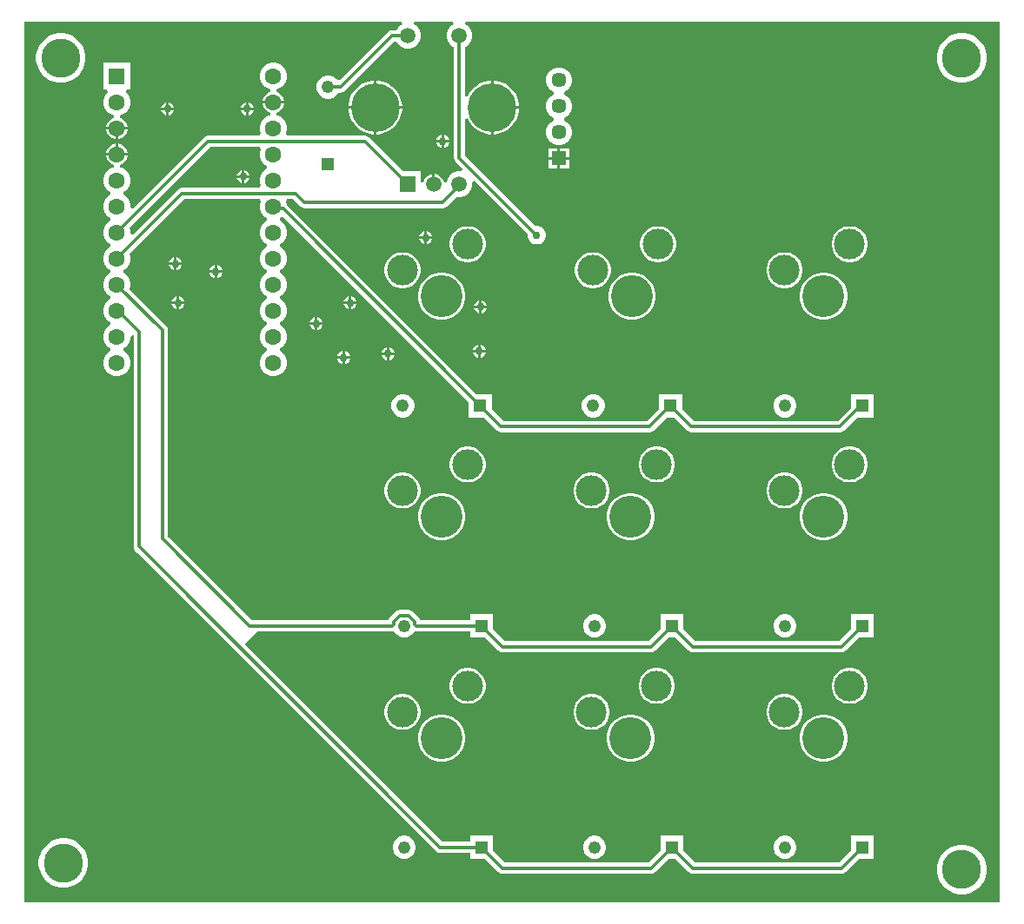
<source format=gtl>
G04*
G04 #@! TF.GenerationSoftware,Altium Limited,Altium Designer,25.8.1 (18)*
G04*
G04 Layer_Physical_Order=1*
G04 Layer_Color=255*
%FSLAX44Y44*%
%MOMM*%
G71*
G04*
G04 #@! TF.SameCoordinates,ADD3D31B-8851-4C81-8C4E-7CFF1D2DEE2F*
G04*
G04*
G04 #@! TF.FilePolarity,Positive*
G04*
G01*
G75*
%ADD29C,0.3048*%
%ADD30C,3.0000*%
G04:AMPARAMS|DCode=31|XSize=1.6mm|YSize=1.6mm|CornerRadius=0.8mm|HoleSize=0mm|Usage=FLASHONLY|Rotation=180.000|XOffset=0mm|YOffset=0mm|HoleType=Round|Shape=RoundedRectangle|*
%AMROUNDEDRECTD31*
21,1,1.6000,0.0000,0,0,180.0*
21,1,0.0000,1.6000,0,0,180.0*
1,1,1.6000,0.0000,0.0000*
1,1,1.6000,0.0000,0.0000*
1,1,1.6000,0.0000,0.0000*
1,1,1.6000,0.0000,0.0000*
%
%ADD31ROUNDEDRECTD31*%
%ADD32R,1.6000X1.6000*%
%ADD33C,4.0894*%
%ADD34R,1.2380X1.2380*%
%ADD35C,1.2380*%
%ADD36C,3.8100*%
%ADD37C,1.4500*%
%ADD38R,1.4500X1.4500*%
%ADD39R,1.2380X1.2380*%
%ADD40C,1.5000*%
%ADD41C,4.7400*%
%ADD42R,1.5000X1.5000*%
%ADD43C,0.7620*%
G36*
X1141656Y20394D02*
X191845D01*
Y878765D01*
X558997D01*
X559677Y876226D01*
X557826Y875156D01*
X555484Y872814D01*
X554037Y870309D01*
X549910D01*
X547829Y869894D01*
X546064Y868716D01*
X499471Y822122D01*
X498400Y822015D01*
X496150Y822393D01*
X494600Y823943D01*
X492030Y825427D01*
X489164Y826195D01*
X486196D01*
X483330Y825427D01*
X480760Y823943D01*
X478662Y821845D01*
X477178Y819275D01*
X476410Y816409D01*
Y813441D01*
X477178Y810575D01*
X478662Y808005D01*
X480760Y805907D01*
X483330Y804423D01*
X486196Y803655D01*
X489164D01*
X492030Y804423D01*
X494600Y805907D01*
X496698Y808005D01*
X497554Y809486D01*
X499965D01*
X502046Y809901D01*
X503811Y811079D01*
X551952Y859221D01*
X554531Y859016D01*
X555484Y857366D01*
X557826Y855023D01*
X560694Y853367D01*
X563894Y852510D01*
X567206D01*
X570406Y853367D01*
X573274Y855023D01*
X575616Y857366D01*
X577273Y860234D01*
X578130Y863434D01*
Y866746D01*
X577273Y869946D01*
X575616Y872814D01*
X573274Y875156D01*
X571423Y876226D01*
X572103Y878765D01*
X608997D01*
X609677Y876226D01*
X607826Y875156D01*
X605484Y872814D01*
X603827Y869946D01*
X602970Y866746D01*
Y863434D01*
X603827Y860234D01*
X605484Y857366D01*
X607826Y855023D01*
X610112Y853704D01*
Y745890D01*
X610526Y743809D01*
X611704Y742044D01*
X618904Y734845D01*
X617589Y732567D01*
X617206Y732670D01*
X613894D01*
X610694Y731813D01*
X607826Y730156D01*
X605484Y727814D01*
X603827Y724946D01*
X602970Y721746D01*
X600473Y721849D01*
X599906Y723965D01*
X598584Y726255D01*
X596715Y728124D01*
X594425Y729446D01*
X591872Y730130D01*
X591820D01*
Y720090D01*
X589280D01*
Y730130D01*
X589228D01*
X586675Y729446D01*
X584385Y728124D01*
X582516Y726255D01*
X581194Y723965D01*
X580670Y722009D01*
X578130Y722343D01*
Y732670D01*
X560661D01*
X527486Y765846D01*
X525721Y767025D01*
X523640Y767439D01*
X447791D01*
X447439Y768048D01*
X446616Y769978D01*
X447420Y772978D01*
Y776422D01*
X446529Y779749D01*
X444807Y782731D01*
X442371Y785167D01*
X439389Y786889D01*
X437480Y787400D01*
X437480Y790030D01*
X438408Y790278D01*
X440812Y791666D01*
X442774Y793628D01*
X444162Y796032D01*
X444880Y798712D01*
Y798830D01*
X434340D01*
X423800D01*
Y798712D01*
X424518Y796032D01*
X425906Y793628D01*
X427868Y791666D01*
X430272Y790278D01*
X431200Y790030D01*
X431200Y787400D01*
X429291Y786889D01*
X426309Y785167D01*
X423873Y782731D01*
X422151Y779749D01*
X421260Y776422D01*
Y772978D01*
X422064Y769978D01*
X421241Y768048D01*
X420889Y767439D01*
X370840D01*
X368759Y767025D01*
X366994Y765846D01*
X297450Y696301D01*
X296830Y696423D01*
X295020Y697463D01*
Y700222D01*
X294129Y703549D01*
X292407Y706531D01*
X289971Y708967D01*
X288643Y709734D01*
Y712666D01*
X289971Y713433D01*
X292407Y715869D01*
X294129Y718851D01*
X295020Y722178D01*
Y725622D01*
X294129Y728949D01*
X292407Y731931D01*
X289971Y734367D01*
X286989Y736089D01*
X285080Y736600D01*
X285080Y739230D01*
X286008Y739478D01*
X288412Y740866D01*
X290374Y742828D01*
X291762Y745232D01*
X292480Y747912D01*
Y748030D01*
X281940D01*
X271400D01*
Y747912D01*
X272118Y745232D01*
X273506Y742828D01*
X275468Y740866D01*
X277872Y739478D01*
X278800Y739230D01*
X278800Y736600D01*
X276891Y736089D01*
X273909Y734367D01*
X271473Y731931D01*
X269751Y728949D01*
X268860Y725622D01*
Y722178D01*
X269751Y718851D01*
X271473Y715869D01*
X273909Y713433D01*
X275237Y712666D01*
Y709734D01*
X273909Y708967D01*
X271473Y706531D01*
X269751Y703549D01*
X268860Y700222D01*
Y696778D01*
X269751Y693451D01*
X271473Y690469D01*
X273909Y688033D01*
X275237Y687266D01*
Y684333D01*
X273909Y683567D01*
X271473Y681131D01*
X269751Y678149D01*
X268860Y674822D01*
Y671378D01*
X269751Y668051D01*
X271473Y665069D01*
X273909Y662633D01*
X275237Y661867D01*
Y658933D01*
X273909Y658167D01*
X271473Y655731D01*
X269751Y652749D01*
X268860Y649422D01*
Y645978D01*
X269751Y642651D01*
X271473Y639669D01*
X273909Y637233D01*
X275237Y636466D01*
Y633534D01*
X273909Y632767D01*
X271473Y630331D01*
X269751Y627349D01*
X268860Y624022D01*
Y620578D01*
X269751Y617251D01*
X271473Y614269D01*
X273909Y611833D01*
X275237Y611067D01*
Y608134D01*
X273909Y607367D01*
X271473Y604931D01*
X269751Y601949D01*
X268860Y598622D01*
Y595178D01*
X269751Y591851D01*
X271473Y588869D01*
X273909Y586433D01*
X275237Y585667D01*
Y582733D01*
X273909Y581967D01*
X271473Y579531D01*
X269751Y576549D01*
X268860Y573222D01*
Y569778D01*
X269751Y566451D01*
X271473Y563469D01*
X273909Y561033D01*
X275237Y560266D01*
Y557333D01*
X273909Y556567D01*
X271473Y554131D01*
X269751Y551149D01*
X268860Y547822D01*
Y544378D01*
X269751Y541051D01*
X271473Y538069D01*
X273909Y535633D01*
X276891Y533911D01*
X280218Y533020D01*
X283662D01*
X286989Y533911D01*
X289971Y535633D01*
X292407Y538069D01*
X294129Y541051D01*
X295020Y544378D01*
Y547822D01*
X294129Y551149D01*
X292407Y554131D01*
X289971Y556567D01*
X288643Y557333D01*
Y560266D01*
X289971Y561033D01*
X292407Y563469D01*
X294129Y566451D01*
X295020Y569778D01*
Y571649D01*
X297560Y573100D01*
X298092Y572786D01*
Y367030D01*
X298505Y364949D01*
X299684Y363184D01*
X593054Y69814D01*
X594819Y68636D01*
X596900Y68222D01*
X625855D01*
Y62390D01*
X640704D01*
X653599Y49494D01*
X655364Y48316D01*
X657445Y47902D01*
X802225D01*
X804306Y48316D01*
X806071Y49494D01*
X818966Y62390D01*
X826124D01*
X839019Y49494D01*
X840784Y48316D01*
X842865Y47902D01*
X987645D01*
X989726Y48316D01*
X991491Y49494D01*
X1004386Y62390D01*
X1019235D01*
Y84930D01*
X996695D01*
Y70081D01*
X985392Y58779D01*
X845118D01*
X833815Y70081D01*
Y84930D01*
X811275D01*
Y70081D01*
X799972Y58779D01*
X659698D01*
X648395Y70081D01*
Y84930D01*
X625855D01*
Y79099D01*
X599153D01*
X406436Y271816D01*
X418741Y284121D01*
X549715D01*
X551658Y284508D01*
X552737Y282640D01*
X554835Y280542D01*
X557405Y279058D01*
X560271Y278290D01*
X563239D01*
X566105Y279058D01*
X568675Y280542D01*
X570773Y282640D01*
X571852Y284508D01*
X573795Y284121D01*
X625855D01*
Y278290D01*
X640704D01*
X653599Y265394D01*
X655364Y264216D01*
X657445Y263801D01*
X802225D01*
X804306Y264216D01*
X806071Y265394D01*
X818966Y278290D01*
X826124D01*
X839019Y265394D01*
X840784Y264216D01*
X842865Y263801D01*
X987645D01*
X989726Y264216D01*
X991491Y265394D01*
X1004386Y278290D01*
X1019235D01*
Y300830D01*
X996695D01*
Y285981D01*
X985392Y274678D01*
X845118D01*
X833815Y285981D01*
Y300830D01*
X811275D01*
Y285981D01*
X799972Y274678D01*
X659698D01*
X648395Y285981D01*
Y300830D01*
X625855D01*
Y294998D01*
X577211D01*
X577034Y295889D01*
X575855Y297653D01*
X569848Y303660D01*
X568084Y304839D01*
X566002Y305252D01*
X557508D01*
X555426Y304839D01*
X553662Y303660D01*
X547655Y297653D01*
X546477Y295889D01*
X546299Y294998D01*
X413733D01*
X331828Y376903D01*
Y577850D01*
X331414Y579931D01*
X330236Y581696D01*
X294245Y617686D01*
X295020Y620578D01*
Y624022D01*
X294129Y627349D01*
X292407Y630331D01*
X289971Y632767D01*
X288643Y633534D01*
Y636466D01*
X289971Y637233D01*
X292407Y639669D01*
X294129Y642651D01*
X295020Y645978D01*
Y649422D01*
X294245Y652314D01*
X347693Y705761D01*
X420889D01*
X421241Y705152D01*
X422064Y703222D01*
X421260Y700222D01*
Y696778D01*
X422151Y693451D01*
X423873Y690469D01*
X426309Y688033D01*
X427637Y687266D01*
Y684333D01*
X426309Y683567D01*
X423873Y681131D01*
X422151Y678149D01*
X421260Y674822D01*
Y671378D01*
X422151Y668051D01*
X423873Y665069D01*
X426309Y662633D01*
X427637Y661867D01*
Y658933D01*
X426309Y658167D01*
X423873Y655731D01*
X422151Y652749D01*
X421260Y649422D01*
Y645978D01*
X422151Y642651D01*
X423873Y639669D01*
X426309Y637233D01*
X427637Y636466D01*
Y633534D01*
X426309Y632767D01*
X423873Y630331D01*
X422151Y627349D01*
X421260Y624022D01*
Y620578D01*
X422151Y617251D01*
X423873Y614269D01*
X426309Y611833D01*
X427637Y611067D01*
Y608134D01*
X426309Y607367D01*
X423873Y604931D01*
X422151Y601949D01*
X421260Y598622D01*
Y595178D01*
X422151Y591851D01*
X423873Y588869D01*
X426309Y586433D01*
X427637Y585667D01*
Y582733D01*
X426309Y581967D01*
X423873Y579531D01*
X422151Y576549D01*
X421260Y573222D01*
Y569778D01*
X422151Y566451D01*
X423873Y563469D01*
X426309Y561033D01*
X427637Y560266D01*
Y557333D01*
X426309Y556567D01*
X423873Y554131D01*
X422151Y551149D01*
X421260Y547822D01*
Y544378D01*
X422151Y541051D01*
X423873Y538069D01*
X426309Y535633D01*
X429291Y533911D01*
X432618Y533020D01*
X436062D01*
X439389Y533911D01*
X442371Y535633D01*
X444807Y538069D01*
X446529Y541051D01*
X447420Y544378D01*
Y547822D01*
X446529Y551149D01*
X444807Y554131D01*
X442371Y556567D01*
X441043Y557333D01*
Y560266D01*
X442371Y561033D01*
X444807Y563469D01*
X446529Y566451D01*
X447420Y569778D01*
Y573222D01*
X446529Y576549D01*
X444807Y579531D01*
X442371Y581967D01*
X441043Y582733D01*
Y585667D01*
X442371Y586433D01*
X444807Y588869D01*
X446529Y591851D01*
X447420Y595178D01*
Y598622D01*
X446529Y601949D01*
X444807Y604931D01*
X442371Y607367D01*
X441043Y608134D01*
Y611067D01*
X442371Y611833D01*
X444807Y614269D01*
X446529Y617251D01*
X447420Y620578D01*
Y624022D01*
X446529Y627349D01*
X444807Y630331D01*
X442371Y632767D01*
X441043Y633534D01*
Y636466D01*
X442371Y637233D01*
X444807Y639669D01*
X446529Y642651D01*
X447420Y645978D01*
Y649422D01*
X446529Y652749D01*
X444807Y655731D01*
X442371Y658167D01*
X441043Y658933D01*
Y661867D01*
X442371Y662633D01*
X444807Y665069D01*
X446529Y668051D01*
X447420Y671378D01*
Y674822D01*
X446529Y678149D01*
X444807Y681131D01*
X442371Y683567D01*
X441043Y684333D01*
Y687266D01*
X442371Y688033D01*
X443346Y689008D01*
X624585Y507769D01*
Y492920D01*
X639434D01*
X652329Y480024D01*
X654094Y478845D01*
X656175Y478432D01*
X800955D01*
X803036Y478845D01*
X804801Y480024D01*
X817696Y492920D01*
X824854D01*
X837749Y480024D01*
X839514Y478845D01*
X841595Y478432D01*
X986375D01*
X988456Y478845D01*
X990221Y480024D01*
X1003116Y492920D01*
X1019235D01*
Y515460D01*
X996695D01*
Y501881D01*
X984122Y489309D01*
X843848D01*
X832545Y500611D01*
Y515460D01*
X810005D01*
Y500611D01*
X798702Y489309D01*
X658428D01*
X647125Y500611D01*
Y515460D01*
X632276D01*
X447630Y700106D01*
X447412Y700252D01*
X446616Y703222D01*
X447439Y705152D01*
X447791Y705761D01*
X453677D01*
X460974Y698464D01*
X462739Y697286D01*
X464820Y696871D01*
X599440D01*
X601521Y697286D01*
X603286Y698464D01*
X612661Y707840D01*
X613894Y707510D01*
X617206D01*
X620406Y708367D01*
X623274Y710023D01*
X625616Y712366D01*
X627273Y715234D01*
X628130Y718434D01*
Y721746D01*
X628027Y722129D01*
X630305Y723444D01*
X681996Y671753D01*
X681990Y671730D01*
Y669390D01*
X682596Y667129D01*
X683766Y665101D01*
X685421Y663446D01*
X687449Y662276D01*
X689710Y661670D01*
X692050D01*
X694311Y662276D01*
X696339Y663446D01*
X697994Y665101D01*
X699164Y667129D01*
X699770Y669390D01*
Y671730D01*
X699164Y673991D01*
X697994Y676019D01*
X696339Y677674D01*
X694311Y678844D01*
X692050Y679450D01*
X689710D01*
X689687Y679444D01*
X620989Y748143D01*
Y784009D01*
X623529Y784514D01*
X624296Y782661D01*
X627168Y778363D01*
X630823Y774708D01*
X635121Y771836D01*
X639896Y769858D01*
X644966Y768850D01*
X646280D01*
Y795090D01*
Y821330D01*
X644966D01*
X639896Y820322D01*
X635121Y818344D01*
X630823Y815472D01*
X627168Y811817D01*
X624296Y807519D01*
X623529Y805666D01*
X620989Y806171D01*
Y853704D01*
X623274Y855023D01*
X625616Y857366D01*
X627273Y860234D01*
X628130Y863434D01*
Y866746D01*
X627273Y869946D01*
X625616Y872814D01*
X623274Y875156D01*
X621423Y876226D01*
X622103Y878765D01*
X1141656D01*
Y20394D01*
D02*
G37*
G36*
X421241Y755952D02*
X422064Y754022D01*
X421260Y751022D01*
Y747578D01*
X422151Y744251D01*
X423873Y741269D01*
X426309Y738833D01*
X427637Y738066D01*
Y735134D01*
X426309Y734367D01*
X423873Y731931D01*
X422151Y728949D01*
X421260Y725622D01*
Y722178D01*
X422064Y719178D01*
X421241Y717248D01*
X420889Y716638D01*
X345440D01*
X343359Y716225D01*
X341594Y715046D01*
X297450Y670901D01*
X296830Y671023D01*
X295020Y672063D01*
Y674822D01*
X294245Y677714D01*
X373093Y756562D01*
X420889D01*
X421241Y755952D01*
D02*
G37*
%LPC*%
G36*
X1107277Y867410D02*
X1102523D01*
X1097861Y866483D01*
X1093470Y864664D01*
X1089518Y862023D01*
X1086157Y858662D01*
X1083516Y854710D01*
X1081697Y850319D01*
X1080770Y845657D01*
Y840903D01*
X1081697Y836242D01*
X1083516Y831850D01*
X1086157Y827898D01*
X1089518Y824537D01*
X1093470Y821896D01*
X1097861Y820077D01*
X1102523Y819150D01*
X1107277D01*
X1111938Y820077D01*
X1116330Y821896D01*
X1120282Y824537D01*
X1123643Y827898D01*
X1126284Y831850D01*
X1128103Y836242D01*
X1129030Y840903D01*
Y845657D01*
X1128103Y850319D01*
X1126284Y854710D01*
X1123643Y858662D01*
X1120282Y862023D01*
X1116330Y864664D01*
X1111938Y866483D01*
X1107277Y867410D01*
D02*
G37*
G36*
X229707D02*
X224953D01*
X220292Y866483D01*
X215900Y864664D01*
X211948Y862023D01*
X208587Y858662D01*
X205946Y854710D01*
X204127Y850319D01*
X203200Y845657D01*
Y840903D01*
X204127Y836242D01*
X205946Y831850D01*
X208587Y827898D01*
X211948Y824537D01*
X215900Y821896D01*
X220292Y820077D01*
X224953Y819150D01*
X229707D01*
X234368Y820077D01*
X238760Y821896D01*
X242712Y824537D01*
X246073Y827898D01*
X248714Y831850D01*
X250533Y836242D01*
X251460Y840903D01*
Y845657D01*
X250533Y850319D01*
X248714Y854710D01*
X246073Y858662D01*
X242712Y862023D01*
X238760Y864664D01*
X234368Y866483D01*
X229707Y867410D01*
D02*
G37*
G36*
X436062Y838580D02*
X432618D01*
X429291Y837689D01*
X426309Y835967D01*
X423873Y833531D01*
X422151Y830549D01*
X421260Y827222D01*
Y823778D01*
X422151Y820451D01*
X423873Y817469D01*
X426309Y815033D01*
X429291Y813311D01*
X431200Y812800D01*
X431200Y810170D01*
X430272Y809922D01*
X427868Y808534D01*
X425906Y806572D01*
X424518Y804168D01*
X423800Y801488D01*
Y801370D01*
X434340D01*
X444880D01*
Y801488D01*
X444162Y804168D01*
X442774Y806572D01*
X440812Y808534D01*
X438408Y809922D01*
X437480Y810170D01*
X437480Y812800D01*
X439389Y813311D01*
X442371Y815033D01*
X444807Y817469D01*
X446529Y820451D01*
X447420Y823778D01*
Y827222D01*
X446529Y830549D01*
X444807Y833531D01*
X442371Y835967D01*
X439389Y837689D01*
X436062Y838580D01*
D02*
G37*
G36*
X650134Y821330D02*
X648820D01*
Y796360D01*
X673790D01*
Y797674D01*
X672782Y802744D01*
X670804Y807519D01*
X667932Y811817D01*
X664277Y815472D01*
X659979Y818344D01*
X655204Y820322D01*
X650134Y821330D01*
D02*
G37*
G36*
X536134D02*
X534820D01*
Y796360D01*
X559790D01*
Y797674D01*
X558782Y802744D01*
X556804Y807519D01*
X553932Y811817D01*
X550277Y815472D01*
X545979Y818344D01*
X541204Y820322D01*
X536134Y821330D01*
D02*
G37*
G36*
X532280D02*
X530966D01*
X525896Y820322D01*
X521121Y818344D01*
X516823Y815472D01*
X513168Y811817D01*
X510296Y807519D01*
X508318Y802744D01*
X507310Y797674D01*
Y796360D01*
X532280D01*
Y821330D01*
D02*
G37*
G36*
X410210Y800097D02*
Y795020D01*
X415287D01*
X414323Y797347D01*
X412537Y799133D01*
X410210Y800097D01*
D02*
G37*
G36*
X407670D02*
X405343Y799133D01*
X403557Y797347D01*
X402593Y795020D01*
X407670D01*
Y800097D01*
D02*
G37*
G36*
X332740D02*
Y795020D01*
X337817D01*
X336853Y797347D01*
X335067Y799133D01*
X332740Y800097D01*
D02*
G37*
G36*
X330200D02*
X327873Y799133D01*
X326087Y797347D01*
X325123Y795020D01*
X330200D01*
Y800097D01*
D02*
G37*
G36*
X415287Y792480D02*
X410210D01*
Y787403D01*
X412537Y788367D01*
X414323Y790153D01*
X415287Y792480D01*
D02*
G37*
G36*
X407670D02*
X402593D01*
X403557Y790153D01*
X405343Y788367D01*
X407670Y787403D01*
Y792480D01*
D02*
G37*
G36*
X337817D02*
X332740D01*
Y787403D01*
X335067Y788367D01*
X336853Y790153D01*
X337817Y792480D01*
D02*
G37*
G36*
X330200D02*
X325123D01*
X326087Y790153D01*
X327873Y788367D01*
X330200Y787403D01*
Y792480D01*
D02*
G37*
G36*
X295020Y838580D02*
X268860D01*
Y812420D01*
X272251D01*
X273222Y809880D01*
X271473Y808131D01*
X269751Y805149D01*
X268860Y801822D01*
Y798378D01*
X269751Y795051D01*
X271473Y792069D01*
X273909Y789633D01*
X276891Y787911D01*
X278800Y787400D01*
X278800Y784770D01*
X277872Y784522D01*
X275468Y783134D01*
X273506Y781172D01*
X272118Y778768D01*
X271400Y776088D01*
Y775970D01*
X281940D01*
X292480D01*
Y776088D01*
X291762Y778768D01*
X290374Y781172D01*
X288412Y783134D01*
X286008Y784522D01*
X285080Y784770D01*
X285080Y787400D01*
X286989Y787911D01*
X289971Y789633D01*
X292407Y792069D01*
X294129Y795051D01*
X295020Y798378D01*
Y801822D01*
X294129Y805149D01*
X292407Y808131D01*
X290658Y809880D01*
X291629Y812420D01*
X295020D01*
Y838580D01*
D02*
G37*
G36*
X673790Y793820D02*
X648820D01*
Y768850D01*
X650134D01*
X655204Y769858D01*
X659979Y771836D01*
X664277Y774708D01*
X667932Y778363D01*
X670804Y782661D01*
X672782Y787436D01*
X673790Y792506D01*
Y793820D01*
D02*
G37*
G36*
X559790D02*
X534820D01*
Y768850D01*
X536134D01*
X541204Y769858D01*
X545979Y771836D01*
X550277Y774708D01*
X553932Y778363D01*
X556804Y782661D01*
X558782Y787436D01*
X559790Y792506D01*
Y793820D01*
D02*
G37*
G36*
X532280D02*
X507310D01*
Y792506D01*
X508318Y787436D01*
X510296Y782661D01*
X513168Y778363D01*
X516823Y774708D01*
X521121Y771836D01*
X525896Y769858D01*
X530966Y768850D01*
X532280D01*
Y793820D01*
D02*
G37*
G36*
X292480Y773430D02*
X283210D01*
Y764160D01*
X283328D01*
X286008Y764878D01*
X288412Y766266D01*
X290374Y768228D01*
X291762Y770632D01*
X292480Y773312D01*
Y773430D01*
D02*
G37*
G36*
X280670D02*
X271400D01*
Y773312D01*
X272118Y770632D01*
X273506Y768228D01*
X275468Y766266D01*
X277872Y764878D01*
X280552Y764160D01*
X280670D01*
Y773430D01*
D02*
G37*
G36*
X600710Y768347D02*
Y763270D01*
X605787D01*
X604823Y765597D01*
X603037Y767383D01*
X600710Y768347D01*
D02*
G37*
G36*
X598170D02*
X595843Y767383D01*
X594057Y765597D01*
X593093Y763270D01*
X598170D01*
Y768347D01*
D02*
G37*
G36*
X714093Y834020D02*
X710847D01*
X707711Y833180D01*
X704899Y831556D01*
X702604Y829261D01*
X700980Y826449D01*
X700140Y823313D01*
Y820067D01*
X700980Y816931D01*
X702604Y814119D01*
X704899Y811824D01*
X707464Y810343D01*
X707668Y808990D01*
X707464Y807637D01*
X704899Y806156D01*
X702604Y803861D01*
X700980Y801049D01*
X700140Y797913D01*
Y794667D01*
X700980Y791531D01*
X702604Y788719D01*
X704899Y786423D01*
X707464Y784943D01*
X707668Y783590D01*
X707464Y782237D01*
X704899Y780757D01*
X702604Y778461D01*
X700980Y775649D01*
X700140Y772513D01*
Y769267D01*
X700980Y766131D01*
X702604Y763319D01*
X704899Y761023D01*
X707711Y759400D01*
X710847Y758560D01*
X714093D01*
X717229Y759400D01*
X720041Y761023D01*
X722337Y763319D01*
X723960Y766131D01*
X724800Y769267D01*
Y772513D01*
X723960Y775649D01*
X722337Y778461D01*
X720041Y780757D01*
X717477Y782237D01*
X717272Y783590D01*
X717477Y784943D01*
X720041Y786423D01*
X722337Y788719D01*
X723960Y791531D01*
X724800Y794667D01*
Y797913D01*
X723960Y801049D01*
X722337Y803861D01*
X720041Y806156D01*
X717477Y807637D01*
X717272Y808990D01*
X717477Y810343D01*
X720041Y811824D01*
X722337Y814119D01*
X723960Y816931D01*
X724800Y820067D01*
Y823313D01*
X723960Y826449D01*
X722337Y829261D01*
X720041Y831556D01*
X717229Y833180D01*
X714093Y834020D01*
D02*
G37*
G36*
X605787Y760730D02*
X600710D01*
Y755653D01*
X603037Y756617D01*
X604823Y758403D01*
X605787Y760730D01*
D02*
G37*
G36*
X598170D02*
X593093D01*
X594057Y758403D01*
X595843Y756617D01*
X598170Y755653D01*
Y760730D01*
D02*
G37*
G36*
X283328Y759840D02*
X283210D01*
Y750570D01*
X292480D01*
Y750688D01*
X291762Y753368D01*
X290374Y755772D01*
X288412Y757734D01*
X286008Y759122D01*
X283328Y759840D01*
D02*
G37*
G36*
X280670D02*
X280552D01*
X277872Y759122D01*
X275468Y757734D01*
X273506Y755772D01*
X272118Y753368D01*
X271400Y750688D01*
Y750570D01*
X280670D01*
Y759840D01*
D02*
G37*
G36*
X722260Y755280D02*
X713740D01*
Y746760D01*
X722260D01*
Y755280D01*
D02*
G37*
G36*
X711200D02*
X702680D01*
Y746760D01*
X711200D01*
Y755280D01*
D02*
G37*
G36*
X722260Y744220D02*
X713740D01*
Y735700D01*
X722260D01*
Y744220D01*
D02*
G37*
G36*
X711200D02*
X702680D01*
Y735700D01*
X711200D01*
Y744220D01*
D02*
G37*
G36*
X584200Y674367D02*
Y669290D01*
X589277D01*
X588313Y671617D01*
X586527Y673403D01*
X584200Y674367D01*
D02*
G37*
G36*
X581660D02*
X579333Y673403D01*
X577547Y671617D01*
X576583Y669290D01*
X581660D01*
Y674367D01*
D02*
G37*
G36*
X589277Y666750D02*
X584200D01*
Y661673D01*
X586527Y662637D01*
X588313Y664423D01*
X589277Y666750D01*
D02*
G37*
G36*
X581660D02*
X576583D01*
X577547Y664423D01*
X579333Y662637D01*
X581660Y661673D01*
Y666750D01*
D02*
G37*
G36*
X997408Y679210D02*
X993952D01*
X990564Y678536D01*
X987372Y677214D01*
X984499Y675294D01*
X982056Y672851D01*
X980136Y669978D01*
X978814Y666786D01*
X978140Y663398D01*
Y659942D01*
X978814Y656554D01*
X980136Y653362D01*
X982056Y650489D01*
X984499Y648046D01*
X987372Y646126D01*
X990564Y644804D01*
X993952Y644130D01*
X997408D01*
X1000796Y644804D01*
X1003988Y646126D01*
X1006861Y648046D01*
X1009304Y650489D01*
X1011224Y653362D01*
X1012546Y656554D01*
X1013220Y659942D01*
Y663398D01*
X1012546Y666786D01*
X1011224Y669978D01*
X1009304Y672851D01*
X1006861Y675294D01*
X1003988Y677214D01*
X1000796Y678536D01*
X997408Y679210D01*
D02*
G37*
G36*
X810717D02*
X807262D01*
X803874Y678536D01*
X800682Y677214D01*
X797809Y675294D01*
X795366Y672851D01*
X793446Y669978D01*
X792124Y666786D01*
X791450Y663398D01*
Y659942D01*
X792124Y656554D01*
X793446Y653362D01*
X795366Y650489D01*
X797809Y648046D01*
X800682Y646126D01*
X803874Y644804D01*
X807262Y644130D01*
X810717D01*
X814106Y644804D01*
X817298Y646126D01*
X820171Y648046D01*
X822614Y650489D01*
X824534Y653362D01*
X825856Y656554D01*
X826530Y659942D01*
Y663398D01*
X825856Y666786D01*
X824534Y669978D01*
X822614Y672851D01*
X820171Y675294D01*
X817298Y677214D01*
X814106Y678536D01*
X810717Y679210D01*
D02*
G37*
G36*
X625298D02*
X621842D01*
X618454Y678536D01*
X615262Y677214D01*
X612389Y675294D01*
X609946Y672851D01*
X608026Y669978D01*
X606704Y666786D01*
X606030Y663398D01*
Y659942D01*
X606704Y656554D01*
X608026Y653362D01*
X609946Y650489D01*
X612389Y648046D01*
X615262Y646126D01*
X618454Y644804D01*
X621842Y644130D01*
X625298D01*
X628686Y644804D01*
X631878Y646126D01*
X634751Y648046D01*
X637194Y650489D01*
X639114Y653362D01*
X640436Y656554D01*
X641110Y659942D01*
Y663398D01*
X640436Y666786D01*
X639114Y669978D01*
X637194Y672851D01*
X634751Y675294D01*
X631878Y677214D01*
X628686Y678536D01*
X625298Y679210D01*
D02*
G37*
G36*
X340360Y648967D02*
Y643890D01*
X345437D01*
X344473Y646217D01*
X342687Y648003D01*
X340360Y648967D01*
D02*
G37*
G36*
X337820D02*
X335493Y648003D01*
X333707Y646217D01*
X332743Y643890D01*
X337820D01*
Y648967D01*
D02*
G37*
G36*
X345437Y641350D02*
X340360D01*
Y636273D01*
X342687Y637237D01*
X344473Y639023D01*
X345437Y641350D01*
D02*
G37*
G36*
X337820D02*
X332743D01*
X333707Y639023D01*
X335493Y637237D01*
X337820Y636273D01*
Y641350D01*
D02*
G37*
G36*
X379730Y641347D02*
Y636270D01*
X384807D01*
X383843Y638597D01*
X382057Y640383D01*
X379730Y641347D01*
D02*
G37*
G36*
X377190D02*
X374863Y640383D01*
X373077Y638597D01*
X372113Y636270D01*
X377190D01*
Y641347D01*
D02*
G37*
G36*
X384807Y633730D02*
X379730D01*
Y628653D01*
X382057Y629617D01*
X383843Y631403D01*
X384807Y633730D01*
D02*
G37*
G36*
X377190D02*
X372113D01*
X373077Y631403D01*
X374863Y629617D01*
X377190Y628653D01*
Y633730D01*
D02*
G37*
G36*
X933907Y653810D02*
X930452D01*
X927064Y653136D01*
X923872Y651814D01*
X920999Y649894D01*
X918556Y647451D01*
X916636Y644578D01*
X915314Y641386D01*
X914640Y637998D01*
Y634543D01*
X915314Y631154D01*
X916636Y627962D01*
X918556Y625089D01*
X920999Y622646D01*
X923872Y620726D01*
X927064Y619404D01*
X930452Y618730D01*
X933907D01*
X937296Y619404D01*
X940488Y620726D01*
X943361Y622646D01*
X945804Y625089D01*
X947724Y627962D01*
X949046Y631154D01*
X949720Y634543D01*
Y637998D01*
X949046Y641386D01*
X947724Y644578D01*
X945804Y647451D01*
X943361Y649894D01*
X940488Y651814D01*
X937296Y653136D01*
X933907Y653810D01*
D02*
G37*
G36*
X747217D02*
X743763D01*
X740374Y653136D01*
X737182Y651814D01*
X734309Y649894D01*
X731866Y647451D01*
X729946Y644578D01*
X728624Y641386D01*
X727950Y637998D01*
Y634543D01*
X728624Y631154D01*
X729946Y627962D01*
X731866Y625089D01*
X734309Y622646D01*
X737182Y620726D01*
X740374Y619404D01*
X743763Y618730D01*
X747217D01*
X750606Y619404D01*
X753798Y620726D01*
X756671Y622646D01*
X759114Y625089D01*
X761034Y627962D01*
X762356Y631154D01*
X763030Y634543D01*
Y637998D01*
X762356Y641386D01*
X761034Y644578D01*
X759114Y647451D01*
X756671Y649894D01*
X753798Y651814D01*
X750606Y653136D01*
X747217Y653810D01*
D02*
G37*
G36*
X561797D02*
X558343D01*
X554954Y653136D01*
X551762Y651814D01*
X548889Y649894D01*
X546446Y647451D01*
X544526Y644578D01*
X543204Y641386D01*
X542530Y637998D01*
Y634543D01*
X543204Y631154D01*
X544526Y627962D01*
X546446Y625089D01*
X548889Y622646D01*
X551762Y620726D01*
X554954Y619404D01*
X558343Y618730D01*
X561797D01*
X565186Y619404D01*
X568378Y620726D01*
X571251Y622646D01*
X573694Y625089D01*
X575614Y627962D01*
X576936Y631154D01*
X577610Y634543D01*
Y637998D01*
X576936Y641386D01*
X575614Y644578D01*
X573694Y647451D01*
X571251Y649894D01*
X568378Y651814D01*
X565186Y653136D01*
X561797Y653810D01*
D02*
G37*
G36*
X510540Y610867D02*
Y605790D01*
X515617D01*
X514653Y608117D01*
X512867Y609903D01*
X510540Y610867D01*
D02*
G37*
G36*
X508000D02*
X505673Y609903D01*
X503887Y608117D01*
X502923Y605790D01*
X508000D01*
Y610867D01*
D02*
G37*
G36*
X342900D02*
Y605790D01*
X347977D01*
X347013Y608117D01*
X345227Y609903D01*
X342900Y610867D01*
D02*
G37*
G36*
X340360D02*
X338033Y609903D01*
X336247Y608117D01*
X335283Y605790D01*
X340360D01*
Y610867D01*
D02*
G37*
G36*
X637540Y607057D02*
Y601980D01*
X642617D01*
X641653Y604307D01*
X639867Y606093D01*
X637540Y607057D01*
D02*
G37*
G36*
X635000D02*
X632673Y606093D01*
X630887Y604307D01*
X629923Y601980D01*
X635000D01*
Y607057D01*
D02*
G37*
G36*
X515617Y603250D02*
X510540D01*
Y598173D01*
X512867Y599137D01*
X514653Y600923D01*
X515617Y603250D01*
D02*
G37*
G36*
X508000D02*
X502923D01*
X503887Y600923D01*
X505673Y599137D01*
X508000Y598173D01*
Y603250D01*
D02*
G37*
G36*
X347977D02*
X342900D01*
Y598173D01*
X345227Y599137D01*
X347013Y600923D01*
X347977Y603250D01*
D02*
G37*
G36*
X340360D02*
X335283D01*
X336247Y600923D01*
X338033Y599137D01*
X340360Y598173D01*
Y603250D01*
D02*
G37*
G36*
X642617Y599440D02*
X637540D01*
Y594363D01*
X639867Y595327D01*
X641653Y597113D01*
X642617Y599440D01*
D02*
G37*
G36*
X635000D02*
X629923D01*
X630887Y597113D01*
X632673Y595327D01*
X635000Y594363D01*
Y599440D01*
D02*
G37*
G36*
X972544Y633857D02*
X968016D01*
X963575Y632974D01*
X959392Y631241D01*
X955627Y628725D01*
X952425Y625523D01*
X949909Y621758D01*
X948176Y617575D01*
X947293Y613134D01*
Y608606D01*
X948176Y604165D01*
X949909Y599982D01*
X952425Y596217D01*
X955627Y593015D01*
X959392Y590499D01*
X963575Y588766D01*
X968016Y587883D01*
X972544D01*
X976985Y588766D01*
X981168Y590499D01*
X984933Y593015D01*
X988135Y596217D01*
X990651Y599982D01*
X992384Y604165D01*
X993267Y608606D01*
Y613134D01*
X992384Y617575D01*
X990651Y621758D01*
X988135Y625523D01*
X984933Y628725D01*
X981168Y631241D01*
X976985Y632974D01*
X972544Y633857D01*
D02*
G37*
G36*
X785854D02*
X781326D01*
X776885Y632974D01*
X772702Y631241D01*
X768937Y628725D01*
X765735Y625523D01*
X763219Y621758D01*
X761486Y617575D01*
X760603Y613134D01*
Y608606D01*
X761486Y604165D01*
X763219Y599982D01*
X765735Y596217D01*
X768937Y593015D01*
X772702Y590499D01*
X776885Y588766D01*
X781326Y587883D01*
X785854D01*
X790295Y588766D01*
X794478Y590499D01*
X798243Y593015D01*
X801445Y596217D01*
X803961Y599982D01*
X805694Y604165D01*
X806577Y608606D01*
Y613134D01*
X805694Y617575D01*
X803961Y621758D01*
X801445Y625523D01*
X798243Y628725D01*
X794478Y631241D01*
X790295Y632974D01*
X785854Y633857D01*
D02*
G37*
G36*
X600434D02*
X595906D01*
X591465Y632974D01*
X587282Y631241D01*
X583517Y628725D01*
X580315Y625523D01*
X577799Y621758D01*
X576066Y617575D01*
X575183Y613134D01*
Y608606D01*
X576066Y604165D01*
X577799Y599982D01*
X580315Y596217D01*
X583517Y593015D01*
X587282Y590499D01*
X591465Y588766D01*
X595906Y587883D01*
X600434D01*
X604875Y588766D01*
X609058Y590499D01*
X612823Y593015D01*
X616025Y596217D01*
X618541Y599982D01*
X620274Y604165D01*
X621157Y608606D01*
Y613134D01*
X620274Y617575D01*
X618541Y621758D01*
X616025Y625523D01*
X612823Y628725D01*
X609058Y631241D01*
X604875Y632974D01*
X600434Y633857D01*
D02*
G37*
G36*
X477520Y590547D02*
Y585470D01*
X482597D01*
X481633Y587797D01*
X479847Y589583D01*
X477520Y590547D01*
D02*
G37*
G36*
X474980D02*
X472653Y589583D01*
X470867Y587797D01*
X469903Y585470D01*
X474980D01*
Y590547D01*
D02*
G37*
G36*
X482597Y582930D02*
X477520D01*
Y577853D01*
X479847Y578817D01*
X481633Y580603D01*
X482597Y582930D01*
D02*
G37*
G36*
X474980D02*
X469903D01*
X470867Y580603D01*
X472653Y578817D01*
X474980Y577853D01*
Y582930D01*
D02*
G37*
G36*
X636270Y563877D02*
Y558800D01*
X641347D01*
X640383Y561127D01*
X638597Y562913D01*
X636270Y563877D01*
D02*
G37*
G36*
X633730D02*
X631403Y562913D01*
X629617Y561127D01*
X628653Y558800D01*
X633730D01*
Y563877D01*
D02*
G37*
G36*
X547370Y561337D02*
Y556260D01*
X552447D01*
X551483Y558587D01*
X549697Y560373D01*
X547370Y561337D01*
D02*
G37*
G36*
X544830D02*
X542503Y560373D01*
X540717Y558587D01*
X539753Y556260D01*
X544830D01*
Y561337D01*
D02*
G37*
G36*
X504190Y557527D02*
Y552450D01*
X509267D01*
X508303Y554777D01*
X506517Y556563D01*
X504190Y557527D01*
D02*
G37*
G36*
X501650D02*
X499323Y556563D01*
X497537Y554777D01*
X496573Y552450D01*
X501650D01*
Y557527D01*
D02*
G37*
G36*
X641347Y556260D02*
X636270D01*
Y551183D01*
X638597Y552147D01*
X640383Y553933D01*
X641347Y556260D01*
D02*
G37*
G36*
X633730D02*
X628653D01*
X629617Y553933D01*
X631403Y552147D01*
X633730Y551183D01*
Y556260D01*
D02*
G37*
G36*
X552447Y553720D02*
X547370D01*
Y548643D01*
X549697Y549607D01*
X551483Y551393D01*
X552447Y553720D01*
D02*
G37*
G36*
X544830D02*
X539753D01*
X540717Y551393D01*
X542503Y549607D01*
X544830Y548643D01*
Y553720D01*
D02*
G37*
G36*
X509267Y549910D02*
X504190D01*
Y544833D01*
X506517Y545797D01*
X508303Y547583D01*
X509267Y549910D01*
D02*
G37*
G36*
X501650D02*
X496573D01*
X497537Y547583D01*
X499323Y545797D01*
X501650Y544833D01*
Y549910D01*
D02*
G37*
G36*
X934079Y515460D02*
X931111D01*
X928245Y514692D01*
X925675Y513208D01*
X923577Y511110D01*
X922093Y508540D01*
X921325Y505674D01*
Y502706D01*
X922093Y499840D01*
X923577Y497270D01*
X925675Y495172D01*
X928245Y493688D01*
X931111Y492920D01*
X934079D01*
X936945Y493688D01*
X939515Y495172D01*
X941613Y497270D01*
X943097Y499840D01*
X943865Y502706D01*
Y505674D01*
X943097Y508540D01*
X941613Y511110D01*
X939515Y513208D01*
X936945Y514692D01*
X934079Y515460D01*
D02*
G37*
G36*
X747389D02*
X744421D01*
X741555Y514692D01*
X738985Y513208D01*
X736887Y511110D01*
X735403Y508540D01*
X734635Y505674D01*
Y502706D01*
X735403Y499840D01*
X736887Y497270D01*
X738985Y495172D01*
X741555Y493688D01*
X744421Y492920D01*
X747389D01*
X750255Y493688D01*
X752825Y495172D01*
X754923Y497270D01*
X756407Y499840D01*
X757175Y502706D01*
Y505674D01*
X756407Y508540D01*
X754923Y511110D01*
X752825Y513208D01*
X750255Y514692D01*
X747389Y515460D01*
D02*
G37*
G36*
X561969D02*
X559001D01*
X556135Y514692D01*
X553565Y513208D01*
X551467Y511110D01*
X549983Y508540D01*
X549215Y505674D01*
Y502706D01*
X549983Y499840D01*
X551467Y497270D01*
X553565Y495172D01*
X556135Y493688D01*
X559001Y492920D01*
X561969D01*
X564835Y493688D01*
X567405Y495172D01*
X569503Y497270D01*
X570987Y499840D01*
X571755Y502706D01*
Y505674D01*
X570987Y508540D01*
X569503Y511110D01*
X567405Y513208D01*
X564835Y514692D01*
X561969Y515460D01*
D02*
G37*
G36*
X997408Y464580D02*
X993952D01*
X990564Y463906D01*
X987372Y462584D01*
X984499Y460664D01*
X982056Y458221D01*
X980136Y455348D01*
X978814Y452156D01*
X978140Y448768D01*
Y445312D01*
X978814Y441924D01*
X980136Y438732D01*
X982056Y435859D01*
X984499Y433416D01*
X987372Y431496D01*
X990564Y430174D01*
X993952Y429500D01*
X997408D01*
X1000796Y430174D01*
X1003988Y431496D01*
X1006861Y433416D01*
X1009304Y435859D01*
X1011224Y438732D01*
X1012546Y441924D01*
X1013220Y445312D01*
Y448768D01*
X1012546Y452156D01*
X1011224Y455348D01*
X1009304Y458221D01*
X1006861Y460664D01*
X1003988Y462584D01*
X1000796Y463906D01*
X997408Y464580D01*
D02*
G37*
G36*
X809447D02*
X805993D01*
X802604Y463906D01*
X799412Y462584D01*
X796539Y460664D01*
X794096Y458221D01*
X792176Y455348D01*
X790854Y452156D01*
X790180Y448768D01*
Y445312D01*
X790854Y441924D01*
X792176Y438732D01*
X794096Y435859D01*
X796539Y433416D01*
X799412Y431496D01*
X802604Y430174D01*
X805993Y429500D01*
X809447D01*
X812836Y430174D01*
X816028Y431496D01*
X818901Y433416D01*
X821344Y435859D01*
X823264Y438732D01*
X824586Y441924D01*
X825260Y445312D01*
Y448768D01*
X824586Y452156D01*
X823264Y455348D01*
X821344Y458221D01*
X818901Y460664D01*
X816028Y462584D01*
X812836Y463906D01*
X809447Y464580D01*
D02*
G37*
G36*
X625298D02*
X621842D01*
X618454Y463906D01*
X615262Y462584D01*
X612389Y460664D01*
X609946Y458221D01*
X608026Y455348D01*
X606704Y452156D01*
X606030Y448768D01*
Y445312D01*
X606704Y441924D01*
X608026Y438732D01*
X609946Y435859D01*
X612389Y433416D01*
X615262Y431496D01*
X618454Y430174D01*
X621842Y429500D01*
X625298D01*
X628686Y430174D01*
X631878Y431496D01*
X634751Y433416D01*
X637194Y435859D01*
X639114Y438732D01*
X640436Y441924D01*
X641110Y445312D01*
Y448768D01*
X640436Y452156D01*
X639114Y455348D01*
X637194Y458221D01*
X634751Y460664D01*
X631878Y462584D01*
X628686Y463906D01*
X625298Y464580D01*
D02*
G37*
G36*
X933907Y439180D02*
X930452D01*
X927064Y438506D01*
X923872Y437184D01*
X920999Y435264D01*
X918556Y432821D01*
X916636Y429948D01*
X915314Y426756D01*
X914640Y423368D01*
Y419912D01*
X915314Y416524D01*
X916636Y413332D01*
X918556Y410459D01*
X920999Y408016D01*
X923872Y406096D01*
X927064Y404774D01*
X930452Y404100D01*
X933907D01*
X937296Y404774D01*
X940488Y406096D01*
X943361Y408016D01*
X945804Y410459D01*
X947724Y413332D01*
X949046Y416524D01*
X949720Y419912D01*
Y423368D01*
X949046Y426756D01*
X947724Y429948D01*
X945804Y432821D01*
X943361Y435264D01*
X940488Y437184D01*
X937296Y438506D01*
X933907Y439180D01*
D02*
G37*
G36*
X745947D02*
X742493D01*
X739104Y438506D01*
X735912Y437184D01*
X733039Y435264D01*
X730596Y432821D01*
X728676Y429948D01*
X727354Y426756D01*
X726680Y423368D01*
Y419912D01*
X727354Y416524D01*
X728676Y413332D01*
X730596Y410459D01*
X733039Y408016D01*
X735912Y406096D01*
X739104Y404774D01*
X742493Y404100D01*
X745947D01*
X749336Y404774D01*
X752528Y406096D01*
X755401Y408016D01*
X757844Y410459D01*
X759764Y413332D01*
X761086Y416524D01*
X761760Y419912D01*
Y423368D01*
X761086Y426756D01*
X759764Y429948D01*
X757844Y432821D01*
X755401Y435264D01*
X752528Y437184D01*
X749336Y438506D01*
X745947Y439180D01*
D02*
G37*
G36*
X561797D02*
X558343D01*
X554954Y438506D01*
X551762Y437184D01*
X548889Y435264D01*
X546446Y432821D01*
X544526Y429948D01*
X543204Y426756D01*
X542530Y423368D01*
Y419912D01*
X543204Y416524D01*
X544526Y413332D01*
X546446Y410459D01*
X548889Y408016D01*
X551762Y406096D01*
X554954Y404774D01*
X558343Y404100D01*
X561797D01*
X565186Y404774D01*
X568378Y406096D01*
X571251Y408016D01*
X573694Y410459D01*
X575614Y413332D01*
X576936Y416524D01*
X577610Y419912D01*
Y423368D01*
X576936Y426756D01*
X575614Y429948D01*
X573694Y432821D01*
X571251Y435264D01*
X568378Y437184D01*
X565186Y438506D01*
X561797Y439180D01*
D02*
G37*
G36*
X972544Y419227D02*
X968016D01*
X963575Y418344D01*
X959392Y416611D01*
X955627Y414095D01*
X952425Y410893D01*
X949909Y407128D01*
X948176Y402945D01*
X947293Y398504D01*
Y393976D01*
X948176Y389535D01*
X949909Y385352D01*
X952425Y381587D01*
X955627Y378385D01*
X959392Y375869D01*
X963575Y374136D01*
X968016Y373253D01*
X972544D01*
X976985Y374136D01*
X981168Y375869D01*
X984933Y378385D01*
X988135Y381587D01*
X990651Y385352D01*
X992384Y389535D01*
X993267Y393976D01*
Y398504D01*
X992384Y402945D01*
X990651Y407128D01*
X988135Y410893D01*
X984933Y414095D01*
X981168Y416611D01*
X976985Y418344D01*
X972544Y419227D01*
D02*
G37*
G36*
X784584D02*
X780056D01*
X775615Y418344D01*
X771432Y416611D01*
X767667Y414095D01*
X764465Y410893D01*
X761949Y407128D01*
X760216Y402945D01*
X759333Y398504D01*
Y393976D01*
X760216Y389535D01*
X761949Y385352D01*
X764465Y381587D01*
X767667Y378385D01*
X771432Y375869D01*
X775615Y374136D01*
X780056Y373253D01*
X784584D01*
X789025Y374136D01*
X793208Y375869D01*
X796973Y378385D01*
X800175Y381587D01*
X802691Y385352D01*
X804424Y389535D01*
X805307Y393976D01*
Y398504D01*
X804424Y402945D01*
X802691Y407128D01*
X800175Y410893D01*
X796973Y414095D01*
X793208Y416611D01*
X789025Y418344D01*
X784584Y419227D01*
D02*
G37*
G36*
X600434D02*
X595906D01*
X591465Y418344D01*
X587282Y416611D01*
X583517Y414095D01*
X580315Y410893D01*
X577799Y407128D01*
X576066Y402945D01*
X575183Y398504D01*
Y393976D01*
X576066Y389535D01*
X577799Y385352D01*
X580315Y381587D01*
X583517Y378385D01*
X587282Y375869D01*
X591465Y374136D01*
X595906Y373253D01*
X600434D01*
X604875Y374136D01*
X609058Y375869D01*
X612823Y378385D01*
X616025Y381587D01*
X618541Y385352D01*
X620274Y389535D01*
X621157Y393976D01*
Y398504D01*
X620274Y402945D01*
X618541Y407128D01*
X616025Y410893D01*
X612823Y414095D01*
X609058Y416611D01*
X604875Y418344D01*
X600434Y419227D01*
D02*
G37*
G36*
X934079Y300830D02*
X931111D01*
X928245Y300062D01*
X925675Y298578D01*
X923577Y296480D01*
X922093Y293910D01*
X921325Y291044D01*
Y288076D01*
X922093Y285210D01*
X923577Y282640D01*
X925675Y280542D01*
X928245Y279058D01*
X931111Y278290D01*
X934079D01*
X936945Y279058D01*
X939515Y280542D01*
X941613Y282640D01*
X943097Y285210D01*
X943865Y288076D01*
Y291044D01*
X943097Y293910D01*
X941613Y296480D01*
X939515Y298578D01*
X936945Y300062D01*
X934079Y300830D01*
D02*
G37*
G36*
X748659D02*
X745691D01*
X742825Y300062D01*
X740255Y298578D01*
X738157Y296480D01*
X736673Y293910D01*
X735905Y291044D01*
Y288076D01*
X736673Y285210D01*
X738157Y282640D01*
X740255Y280542D01*
X742825Y279058D01*
X745691Y278290D01*
X748659D01*
X751525Y279058D01*
X754095Y280542D01*
X756193Y282640D01*
X757677Y285210D01*
X758445Y288076D01*
Y291044D01*
X757677Y293910D01*
X756193Y296480D01*
X754095Y298578D01*
X751525Y300062D01*
X748659Y300830D01*
D02*
G37*
G36*
X997408Y248680D02*
X993952D01*
X990564Y248006D01*
X987372Y246684D01*
X984499Y244764D01*
X982056Y242321D01*
X980136Y239448D01*
X978814Y236256D01*
X978140Y232868D01*
Y229412D01*
X978814Y226024D01*
X980136Y222832D01*
X982056Y219959D01*
X984499Y217516D01*
X987372Y215596D01*
X990564Y214274D01*
X993952Y213600D01*
X997408D01*
X1000796Y214274D01*
X1003988Y215596D01*
X1006861Y217516D01*
X1009304Y219959D01*
X1011224Y222832D01*
X1012546Y226024D01*
X1013220Y229412D01*
Y232868D01*
X1012546Y236256D01*
X1011224Y239448D01*
X1009304Y242321D01*
X1006861Y244764D01*
X1003988Y246684D01*
X1000796Y248006D01*
X997408Y248680D01*
D02*
G37*
G36*
X809447D02*
X805993D01*
X802604Y248006D01*
X799412Y246684D01*
X796539Y244764D01*
X794096Y242321D01*
X792176Y239448D01*
X790854Y236256D01*
X790180Y232868D01*
Y229412D01*
X790854Y226024D01*
X792176Y222832D01*
X794096Y219959D01*
X796539Y217516D01*
X799412Y215596D01*
X802604Y214274D01*
X805993Y213600D01*
X809447D01*
X812836Y214274D01*
X816028Y215596D01*
X818901Y217516D01*
X821344Y219959D01*
X823264Y222832D01*
X824586Y226024D01*
X825260Y229412D01*
Y232868D01*
X824586Y236256D01*
X823264Y239448D01*
X821344Y242321D01*
X818901Y244764D01*
X816028Y246684D01*
X812836Y248006D01*
X809447Y248680D01*
D02*
G37*
G36*
X625298D02*
X621842D01*
X618454Y248006D01*
X615262Y246684D01*
X612389Y244764D01*
X609946Y242321D01*
X608026Y239448D01*
X606704Y236256D01*
X606030Y232868D01*
Y229412D01*
X606704Y226024D01*
X608026Y222832D01*
X609946Y219959D01*
X612389Y217516D01*
X615262Y215596D01*
X618454Y214274D01*
X621842Y213600D01*
X625298D01*
X628686Y214274D01*
X631878Y215596D01*
X634751Y217516D01*
X637194Y219959D01*
X639114Y222832D01*
X640436Y226024D01*
X641110Y229412D01*
Y232868D01*
X640436Y236256D01*
X639114Y239448D01*
X637194Y242321D01*
X634751Y244764D01*
X631878Y246684D01*
X628686Y248006D01*
X625298Y248680D01*
D02*
G37*
G36*
X933907Y223280D02*
X930452D01*
X927064Y222606D01*
X923872Y221284D01*
X920999Y219364D01*
X918556Y216921D01*
X916636Y214048D01*
X915314Y210856D01*
X914640Y207467D01*
Y204013D01*
X915314Y200624D01*
X916636Y197432D01*
X918556Y194559D01*
X920999Y192116D01*
X923872Y190196D01*
X927064Y188874D01*
X930452Y188200D01*
X933907D01*
X937296Y188874D01*
X940488Y190196D01*
X943361Y192116D01*
X945804Y194559D01*
X947724Y197432D01*
X949046Y200624D01*
X949720Y204013D01*
Y207467D01*
X949046Y210856D01*
X947724Y214048D01*
X945804Y216921D01*
X943361Y219364D01*
X940488Y221284D01*
X937296Y222606D01*
X933907Y223280D01*
D02*
G37*
G36*
X745947D02*
X742493D01*
X739104Y222606D01*
X735912Y221284D01*
X733039Y219364D01*
X730596Y216921D01*
X728676Y214048D01*
X727354Y210856D01*
X726680Y207467D01*
Y204013D01*
X727354Y200624D01*
X728676Y197432D01*
X730596Y194559D01*
X733039Y192116D01*
X735912Y190196D01*
X739104Y188874D01*
X742493Y188200D01*
X745947D01*
X749336Y188874D01*
X752528Y190196D01*
X755401Y192116D01*
X757844Y194559D01*
X759764Y197432D01*
X761086Y200624D01*
X761760Y204013D01*
Y207467D01*
X761086Y210856D01*
X759764Y214048D01*
X757844Y216921D01*
X755401Y219364D01*
X752528Y221284D01*
X749336Y222606D01*
X745947Y223280D01*
D02*
G37*
G36*
X561797D02*
X558343D01*
X554954Y222606D01*
X551762Y221284D01*
X548889Y219364D01*
X546446Y216921D01*
X544526Y214048D01*
X543204Y210856D01*
X542530Y207467D01*
Y204013D01*
X543204Y200624D01*
X544526Y197432D01*
X546446Y194559D01*
X548889Y192116D01*
X551762Y190196D01*
X554954Y188874D01*
X558343Y188200D01*
X561797D01*
X565186Y188874D01*
X568378Y190196D01*
X571251Y192116D01*
X573694Y194559D01*
X575614Y197432D01*
X576936Y200624D01*
X577610Y204013D01*
Y207467D01*
X576936Y210856D01*
X575614Y214048D01*
X573694Y216921D01*
X571251Y219364D01*
X568378Y221284D01*
X565186Y222606D01*
X561797Y223280D01*
D02*
G37*
G36*
X972544Y203327D02*
X968016D01*
X963575Y202444D01*
X959392Y200711D01*
X955627Y198195D01*
X952425Y194993D01*
X949909Y191228D01*
X948176Y187045D01*
X947293Y182604D01*
Y178076D01*
X948176Y173635D01*
X949909Y169452D01*
X952425Y165687D01*
X955627Y162485D01*
X959392Y159969D01*
X963575Y158236D01*
X968016Y157353D01*
X972544D01*
X976985Y158236D01*
X981168Y159969D01*
X984933Y162485D01*
X988135Y165687D01*
X990651Y169452D01*
X992384Y173635D01*
X993267Y178076D01*
Y182604D01*
X992384Y187045D01*
X990651Y191228D01*
X988135Y194993D01*
X984933Y198195D01*
X981168Y200711D01*
X976985Y202444D01*
X972544Y203327D01*
D02*
G37*
G36*
X784584D02*
X780056D01*
X775615Y202444D01*
X771432Y200711D01*
X767667Y198195D01*
X764465Y194993D01*
X761949Y191228D01*
X760216Y187045D01*
X759333Y182604D01*
Y178076D01*
X760216Y173635D01*
X761949Y169452D01*
X764465Y165687D01*
X767667Y162485D01*
X771432Y159969D01*
X775615Y158236D01*
X780056Y157353D01*
X784584D01*
X789025Y158236D01*
X793208Y159969D01*
X796973Y162485D01*
X800175Y165687D01*
X802691Y169452D01*
X804424Y173635D01*
X805307Y178076D01*
Y182604D01*
X804424Y187045D01*
X802691Y191228D01*
X800175Y194993D01*
X796973Y198195D01*
X793208Y200711D01*
X789025Y202444D01*
X784584Y203327D01*
D02*
G37*
G36*
X600434D02*
X595906D01*
X591465Y202444D01*
X587282Y200711D01*
X583517Y198195D01*
X580315Y194993D01*
X577799Y191228D01*
X576066Y187045D01*
X575183Y182604D01*
Y178076D01*
X576066Y173635D01*
X577799Y169452D01*
X580315Y165687D01*
X583517Y162485D01*
X587282Y159969D01*
X591465Y158236D01*
X595906Y157353D01*
X600434D01*
X604875Y158236D01*
X609058Y159969D01*
X612823Y162485D01*
X616025Y165687D01*
X618541Y169452D01*
X620274Y173635D01*
X621157Y178076D01*
Y182604D01*
X620274Y187045D01*
X618541Y191228D01*
X616025Y194993D01*
X612823Y198195D01*
X609058Y200711D01*
X604875Y202444D01*
X600434Y203327D01*
D02*
G37*
G36*
X934079Y84930D02*
X931111D01*
X928245Y84162D01*
X925675Y82678D01*
X923577Y80580D01*
X922093Y78010D01*
X921325Y75144D01*
Y72176D01*
X922093Y69310D01*
X923577Y66740D01*
X925675Y64642D01*
X928245Y63158D01*
X931111Y62390D01*
X934079D01*
X936945Y63158D01*
X939515Y64642D01*
X941613Y66740D01*
X943097Y69310D01*
X943865Y72176D01*
Y75144D01*
X943097Y78010D01*
X941613Y80580D01*
X939515Y82678D01*
X936945Y84162D01*
X934079Y84930D01*
D02*
G37*
G36*
X748659D02*
X745691D01*
X742825Y84162D01*
X740255Y82678D01*
X738157Y80580D01*
X736673Y78010D01*
X735905Y75144D01*
Y72176D01*
X736673Y69310D01*
X738157Y66740D01*
X740255Y64642D01*
X742825Y63158D01*
X745691Y62390D01*
X748659D01*
X751525Y63158D01*
X754095Y64642D01*
X756193Y66740D01*
X757677Y69310D01*
X758445Y72176D01*
Y75144D01*
X757677Y78010D01*
X756193Y80580D01*
X754095Y82678D01*
X751525Y84162D01*
X748659Y84930D01*
D02*
G37*
G36*
X563239D02*
X560271D01*
X557405Y84162D01*
X554835Y82678D01*
X552737Y80580D01*
X551253Y78010D01*
X550485Y75144D01*
Y72176D01*
X551253Y69310D01*
X552737Y66740D01*
X554835Y64642D01*
X557405Y63158D01*
X560271Y62390D01*
X563239D01*
X566105Y63158D01*
X568675Y64642D01*
X570773Y66740D01*
X572257Y69310D01*
X573025Y72176D01*
Y75144D01*
X572257Y78010D01*
X570773Y80580D01*
X568675Y82678D01*
X566105Y84162D01*
X563239Y84930D01*
D02*
G37*
G36*
X232247Y82550D02*
X227493D01*
X222831Y81623D01*
X218440Y79804D01*
X214488Y77163D01*
X211127Y73802D01*
X208486Y69850D01*
X206667Y65458D01*
X205740Y60797D01*
Y56043D01*
X206667Y51382D01*
X208486Y46990D01*
X211127Y43038D01*
X214488Y39677D01*
X218440Y37036D01*
X222831Y35217D01*
X227493Y34290D01*
X232247D01*
X236908Y35217D01*
X241300Y37036D01*
X245252Y39677D01*
X248613Y43038D01*
X251254Y46990D01*
X253073Y51382D01*
X254000Y56043D01*
Y60797D01*
X253073Y65458D01*
X251254Y69850D01*
X248613Y73802D01*
X245252Y77163D01*
X241300Y79804D01*
X236908Y81623D01*
X232247Y82550D01*
D02*
G37*
G36*
X1107277Y76200D02*
X1102523D01*
X1097861Y75273D01*
X1093470Y73454D01*
X1089518Y70813D01*
X1086157Y67452D01*
X1083516Y63500D01*
X1081697Y59109D01*
X1080770Y54447D01*
Y49693D01*
X1081697Y45031D01*
X1083516Y40640D01*
X1086157Y36688D01*
X1089518Y33327D01*
X1093470Y30686D01*
X1097861Y28867D01*
X1102523Y27940D01*
X1107277D01*
X1111938Y28867D01*
X1116330Y30686D01*
X1120282Y33327D01*
X1123643Y36688D01*
X1126284Y40640D01*
X1128103Y45031D01*
X1129030Y49693D01*
Y54447D01*
X1128103Y59109D01*
X1126284Y63500D01*
X1123643Y67452D01*
X1120282Y70813D01*
X1116330Y73454D01*
X1111938Y75273D01*
X1107277Y76200D01*
D02*
G37*
G36*
X406400Y734057D02*
Y728980D01*
X411477D01*
X410513Y731307D01*
X408727Y733093D01*
X406400Y734057D01*
D02*
G37*
G36*
X403860D02*
X401533Y733093D01*
X399747Y731307D01*
X398783Y728980D01*
X403860D01*
Y734057D01*
D02*
G37*
G36*
X411477Y726440D02*
X406400D01*
Y721363D01*
X408727Y722327D01*
X410513Y724113D01*
X411477Y726440D01*
D02*
G37*
G36*
X403860D02*
X398783D01*
X399747Y724113D01*
X401533Y722327D01*
X403860Y721363D01*
Y726440D01*
D02*
G37*
%LPD*%
D29*
X281940Y673100D02*
X370840Y762000D01*
X523640D02*
X565550Y720090D01*
X370840Y762000D02*
X523640D01*
X411480Y289560D02*
X549715D01*
X326390Y374650D02*
Y577850D01*
Y374650D02*
X411480Y289560D01*
X434340Y698500D02*
X436579Y696261D01*
X443784D02*
X635855Y504190D01*
X436579Y696261D02*
X443784D01*
X572009Y291346D02*
Y293807D01*
X573795Y289560D02*
X637125D01*
X557508Y299814D02*
X566002D01*
X549715Y289560D02*
X551501Y291346D01*
X572009D02*
X573795Y289560D01*
X551501Y293807D02*
X557508Y299814D01*
X566002D02*
X572009Y293807D01*
X551501Y291346D02*
Y293807D01*
X281940Y622300D02*
X326390Y577850D01*
X281940Y598044D02*
X303530Y576454D01*
Y367030D02*
X596900Y73660D01*
X303530Y367030D02*
Y576454D01*
X345440Y711200D02*
X455930D01*
X281940Y647700D02*
X345440Y711200D01*
X455930D02*
X464820Y702310D01*
X599440D01*
X620584Y723454D01*
X635855Y504190D02*
X656175Y483870D01*
X615550Y745890D02*
Y865090D01*
Y745890D02*
X690880Y670560D01*
X487680Y814925D02*
X499965D01*
X549910Y864870D02*
X564029D01*
X499965Y814925D02*
X549910Y864870D01*
X637125Y289560D02*
X657445Y269240D01*
X596900Y73660D02*
X637125D01*
X657445Y53340D01*
X822545Y73660D02*
X842865Y53340D01*
X987645D02*
X1007965Y73660D01*
X842865Y53340D02*
X987645D01*
X802225D02*
X822545Y73660D01*
X657445Y53340D02*
X802225D01*
Y269240D02*
X822545Y289560D01*
X657445Y269240D02*
X802225D01*
X822545Y289560D02*
X842865Y269240D01*
X987645D02*
X1007965Y289560D01*
X842865Y269240D02*
X987645D01*
X821275Y504190D02*
X841595Y483870D01*
X986375D02*
X1006695Y504190D01*
X841595Y483870D02*
X986375D01*
X656175D02*
X800955D01*
X821275Y504190D01*
D30*
X623570Y661670D02*
D03*
X560070Y636270D02*
D03*
X745490D02*
D03*
X808990Y661670D02*
D03*
X995680D02*
D03*
X932180Y636270D02*
D03*
X560070Y421640D02*
D03*
X623570Y447040D02*
D03*
X807720D02*
D03*
X744220Y421640D02*
D03*
X932180D02*
D03*
X995680Y447040D02*
D03*
X623570Y231140D02*
D03*
X560070Y205740D02*
D03*
X744220D02*
D03*
X807720Y231140D02*
D03*
X995680D02*
D03*
X932180Y205740D02*
D03*
D31*
X434340Y546100D02*
D03*
Y571500D02*
D03*
Y596900D02*
D03*
Y622300D02*
D03*
X281940Y800100D02*
D03*
X434340Y647700D02*
D03*
X281940Y774700D02*
D03*
X434340Y673100D02*
D03*
X281940Y749300D02*
D03*
X434340Y698500D02*
D03*
X281940Y723900D02*
D03*
X434340D02*
D03*
X281940Y698500D02*
D03*
X434340Y749300D02*
D03*
X281940Y673100D02*
D03*
X434340Y774700D02*
D03*
X281940Y647700D02*
D03*
X434340Y800100D02*
D03*
X281940Y622300D02*
D03*
X434340Y825500D02*
D03*
X281940Y596900D02*
D03*
Y571500D02*
D03*
Y546100D02*
D03*
D32*
Y825500D02*
D03*
D33*
X970280Y180340D02*
D03*
X782320D02*
D03*
X598170D02*
D03*
X970280Y396240D02*
D03*
X782320D02*
D03*
X598170D02*
D03*
X970280Y610870D02*
D03*
X783590D02*
D03*
X598170D02*
D03*
D34*
X487680Y739555D02*
D03*
D35*
Y814925D02*
D03*
X932595Y73660D02*
D03*
X747175D02*
D03*
X561755D02*
D03*
X932595Y289560D02*
D03*
X561755D02*
D03*
X932595Y504190D02*
D03*
X745905D02*
D03*
X560485D02*
D03*
X747175Y289560D02*
D03*
D36*
X1104900Y52070D02*
D03*
X229870Y58420D02*
D03*
X227330Y843280D02*
D03*
X1104900D02*
D03*
D37*
X712470Y821690D02*
D03*
Y796290D02*
D03*
Y770890D02*
D03*
D38*
Y745490D02*
D03*
D39*
X1007965Y73660D02*
D03*
X822545D02*
D03*
X637125D02*
D03*
X1007965Y289560D02*
D03*
X637125D02*
D03*
X1007965Y504190D02*
D03*
X821275D02*
D03*
X635855D02*
D03*
X822545Y289560D02*
D03*
D40*
X590550Y720090D02*
D03*
X615550Y865090D02*
D03*
Y720090D02*
D03*
X565550Y865090D02*
D03*
D41*
X647550Y795090D02*
D03*
X533550D02*
D03*
D42*
X565550Y720090D02*
D03*
D43*
X502920Y551180D02*
D03*
X476250Y584200D02*
D03*
X378460Y635000D02*
D03*
X341630Y604520D02*
D03*
X339090Y642620D02*
D03*
X582930Y668020D02*
D03*
X635000Y557530D02*
D03*
X546100Y554990D02*
D03*
X636270Y600710D02*
D03*
X509270Y604520D02*
D03*
X599440Y762000D02*
D03*
X331470Y793750D02*
D03*
X408940D02*
D03*
X405130Y727710D02*
D03*
X690880Y670560D02*
D03*
M02*

</source>
